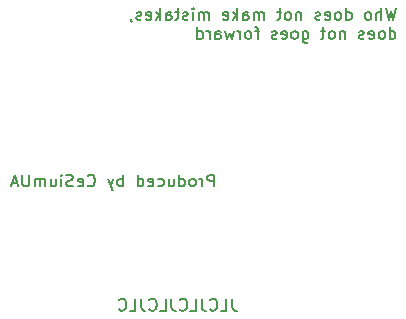
<source format=gbr>
%TF.GenerationSoftware,KiCad,Pcbnew,7.0.6*%
%TF.CreationDate,2023-07-29T21:44:08+03:00*%
%TF.ProjectId,cat-toy-stm-c0,6361742d-746f-4792-9d73-746d2d63302e,rev?*%
%TF.SameCoordinates,Original*%
%TF.FileFunction,Legend,Bot*%
%TF.FilePolarity,Positive*%
%FSLAX46Y46*%
G04 Gerber Fmt 4.6, Leading zero omitted, Abs format (unit mm)*
G04 Created by KiCad (PCBNEW 7.0.6) date 2023-07-29 21:44:08*
%MOMM*%
%LPD*%
G01*
G04 APERTURE LIST*
%ADD10C,0.150000*%
G04 APERTURE END LIST*
D10*
X188177506Y-103269819D02*
X188177506Y-103984104D01*
X188177506Y-103984104D02*
X188225125Y-104126961D01*
X188225125Y-104126961D02*
X188320363Y-104222200D01*
X188320363Y-104222200D02*
X188463220Y-104269819D01*
X188463220Y-104269819D02*
X188558458Y-104269819D01*
X187225125Y-104269819D02*
X187701315Y-104269819D01*
X187701315Y-104269819D02*
X187701315Y-103269819D01*
X186320363Y-104174580D02*
X186367982Y-104222200D01*
X186367982Y-104222200D02*
X186510839Y-104269819D01*
X186510839Y-104269819D02*
X186606077Y-104269819D01*
X186606077Y-104269819D02*
X186748934Y-104222200D01*
X186748934Y-104222200D02*
X186844172Y-104126961D01*
X186844172Y-104126961D02*
X186891791Y-104031723D01*
X186891791Y-104031723D02*
X186939410Y-103841247D01*
X186939410Y-103841247D02*
X186939410Y-103698390D01*
X186939410Y-103698390D02*
X186891791Y-103507914D01*
X186891791Y-103507914D02*
X186844172Y-103412676D01*
X186844172Y-103412676D02*
X186748934Y-103317438D01*
X186748934Y-103317438D02*
X186606077Y-103269819D01*
X186606077Y-103269819D02*
X186510839Y-103269819D01*
X186510839Y-103269819D02*
X186367982Y-103317438D01*
X186367982Y-103317438D02*
X186320363Y-103365057D01*
X185606077Y-103269819D02*
X185606077Y-103984104D01*
X185606077Y-103984104D02*
X185653696Y-104126961D01*
X185653696Y-104126961D02*
X185748934Y-104222200D01*
X185748934Y-104222200D02*
X185891791Y-104269819D01*
X185891791Y-104269819D02*
X185987029Y-104269819D01*
X184653696Y-104269819D02*
X185129886Y-104269819D01*
X185129886Y-104269819D02*
X185129886Y-103269819D01*
X183748934Y-104174580D02*
X183796553Y-104222200D01*
X183796553Y-104222200D02*
X183939410Y-104269819D01*
X183939410Y-104269819D02*
X184034648Y-104269819D01*
X184034648Y-104269819D02*
X184177505Y-104222200D01*
X184177505Y-104222200D02*
X184272743Y-104126961D01*
X184272743Y-104126961D02*
X184320362Y-104031723D01*
X184320362Y-104031723D02*
X184367981Y-103841247D01*
X184367981Y-103841247D02*
X184367981Y-103698390D01*
X184367981Y-103698390D02*
X184320362Y-103507914D01*
X184320362Y-103507914D02*
X184272743Y-103412676D01*
X184272743Y-103412676D02*
X184177505Y-103317438D01*
X184177505Y-103317438D02*
X184034648Y-103269819D01*
X184034648Y-103269819D02*
X183939410Y-103269819D01*
X183939410Y-103269819D02*
X183796553Y-103317438D01*
X183796553Y-103317438D02*
X183748934Y-103365057D01*
X183034648Y-103269819D02*
X183034648Y-103984104D01*
X183034648Y-103984104D02*
X183082267Y-104126961D01*
X183082267Y-104126961D02*
X183177505Y-104222200D01*
X183177505Y-104222200D02*
X183320362Y-104269819D01*
X183320362Y-104269819D02*
X183415600Y-104269819D01*
X182082267Y-104269819D02*
X182558457Y-104269819D01*
X182558457Y-104269819D02*
X182558457Y-103269819D01*
X181177505Y-104174580D02*
X181225124Y-104222200D01*
X181225124Y-104222200D02*
X181367981Y-104269819D01*
X181367981Y-104269819D02*
X181463219Y-104269819D01*
X181463219Y-104269819D02*
X181606076Y-104222200D01*
X181606076Y-104222200D02*
X181701314Y-104126961D01*
X181701314Y-104126961D02*
X181748933Y-104031723D01*
X181748933Y-104031723D02*
X181796552Y-103841247D01*
X181796552Y-103841247D02*
X181796552Y-103698390D01*
X181796552Y-103698390D02*
X181748933Y-103507914D01*
X181748933Y-103507914D02*
X181701314Y-103412676D01*
X181701314Y-103412676D02*
X181606076Y-103317438D01*
X181606076Y-103317438D02*
X181463219Y-103269819D01*
X181463219Y-103269819D02*
X181367981Y-103269819D01*
X181367981Y-103269819D02*
X181225124Y-103317438D01*
X181225124Y-103317438D02*
X181177505Y-103365057D01*
X180463219Y-103269819D02*
X180463219Y-103984104D01*
X180463219Y-103984104D02*
X180510838Y-104126961D01*
X180510838Y-104126961D02*
X180606076Y-104222200D01*
X180606076Y-104222200D02*
X180748933Y-104269819D01*
X180748933Y-104269819D02*
X180844171Y-104269819D01*
X179510838Y-104269819D02*
X179987028Y-104269819D01*
X179987028Y-104269819D02*
X179987028Y-103269819D01*
X178606076Y-104174580D02*
X178653695Y-104222200D01*
X178653695Y-104222200D02*
X178796552Y-104269819D01*
X178796552Y-104269819D02*
X178891790Y-104269819D01*
X178891790Y-104269819D02*
X179034647Y-104222200D01*
X179034647Y-104222200D02*
X179129885Y-104126961D01*
X179129885Y-104126961D02*
X179177504Y-104031723D01*
X179177504Y-104031723D02*
X179225123Y-103841247D01*
X179225123Y-103841247D02*
X179225123Y-103698390D01*
X179225123Y-103698390D02*
X179177504Y-103507914D01*
X179177504Y-103507914D02*
X179129885Y-103412676D01*
X179129885Y-103412676D02*
X179034647Y-103317438D01*
X179034647Y-103317438D02*
X178891790Y-103269819D01*
X178891790Y-103269819D02*
X178796552Y-103269819D01*
X178796552Y-103269819D02*
X178653695Y-103317438D01*
X178653695Y-103317438D02*
X178606076Y-103365057D01*
X202058458Y-78659819D02*
X201820363Y-79659819D01*
X201820363Y-79659819D02*
X201629887Y-78945533D01*
X201629887Y-78945533D02*
X201439411Y-79659819D01*
X201439411Y-79659819D02*
X201201316Y-78659819D01*
X200820363Y-79659819D02*
X200820363Y-78659819D01*
X200391792Y-79659819D02*
X200391792Y-79136009D01*
X200391792Y-79136009D02*
X200439411Y-79040771D01*
X200439411Y-79040771D02*
X200534649Y-78993152D01*
X200534649Y-78993152D02*
X200677506Y-78993152D01*
X200677506Y-78993152D02*
X200772744Y-79040771D01*
X200772744Y-79040771D02*
X200820363Y-79088390D01*
X199772744Y-79659819D02*
X199867982Y-79612200D01*
X199867982Y-79612200D02*
X199915601Y-79564580D01*
X199915601Y-79564580D02*
X199963220Y-79469342D01*
X199963220Y-79469342D02*
X199963220Y-79183628D01*
X199963220Y-79183628D02*
X199915601Y-79088390D01*
X199915601Y-79088390D02*
X199867982Y-79040771D01*
X199867982Y-79040771D02*
X199772744Y-78993152D01*
X199772744Y-78993152D02*
X199629887Y-78993152D01*
X199629887Y-78993152D02*
X199534649Y-79040771D01*
X199534649Y-79040771D02*
X199487030Y-79088390D01*
X199487030Y-79088390D02*
X199439411Y-79183628D01*
X199439411Y-79183628D02*
X199439411Y-79469342D01*
X199439411Y-79469342D02*
X199487030Y-79564580D01*
X199487030Y-79564580D02*
X199534649Y-79612200D01*
X199534649Y-79612200D02*
X199629887Y-79659819D01*
X199629887Y-79659819D02*
X199772744Y-79659819D01*
X197820363Y-79659819D02*
X197820363Y-78659819D01*
X197820363Y-79612200D02*
X197915601Y-79659819D01*
X197915601Y-79659819D02*
X198106077Y-79659819D01*
X198106077Y-79659819D02*
X198201315Y-79612200D01*
X198201315Y-79612200D02*
X198248934Y-79564580D01*
X198248934Y-79564580D02*
X198296553Y-79469342D01*
X198296553Y-79469342D02*
X198296553Y-79183628D01*
X198296553Y-79183628D02*
X198248934Y-79088390D01*
X198248934Y-79088390D02*
X198201315Y-79040771D01*
X198201315Y-79040771D02*
X198106077Y-78993152D01*
X198106077Y-78993152D02*
X197915601Y-78993152D01*
X197915601Y-78993152D02*
X197820363Y-79040771D01*
X197201315Y-79659819D02*
X197296553Y-79612200D01*
X197296553Y-79612200D02*
X197344172Y-79564580D01*
X197344172Y-79564580D02*
X197391791Y-79469342D01*
X197391791Y-79469342D02*
X197391791Y-79183628D01*
X197391791Y-79183628D02*
X197344172Y-79088390D01*
X197344172Y-79088390D02*
X197296553Y-79040771D01*
X197296553Y-79040771D02*
X197201315Y-78993152D01*
X197201315Y-78993152D02*
X197058458Y-78993152D01*
X197058458Y-78993152D02*
X196963220Y-79040771D01*
X196963220Y-79040771D02*
X196915601Y-79088390D01*
X196915601Y-79088390D02*
X196867982Y-79183628D01*
X196867982Y-79183628D02*
X196867982Y-79469342D01*
X196867982Y-79469342D02*
X196915601Y-79564580D01*
X196915601Y-79564580D02*
X196963220Y-79612200D01*
X196963220Y-79612200D02*
X197058458Y-79659819D01*
X197058458Y-79659819D02*
X197201315Y-79659819D01*
X196058458Y-79612200D02*
X196153696Y-79659819D01*
X196153696Y-79659819D02*
X196344172Y-79659819D01*
X196344172Y-79659819D02*
X196439410Y-79612200D01*
X196439410Y-79612200D02*
X196487029Y-79516961D01*
X196487029Y-79516961D02*
X196487029Y-79136009D01*
X196487029Y-79136009D02*
X196439410Y-79040771D01*
X196439410Y-79040771D02*
X196344172Y-78993152D01*
X196344172Y-78993152D02*
X196153696Y-78993152D01*
X196153696Y-78993152D02*
X196058458Y-79040771D01*
X196058458Y-79040771D02*
X196010839Y-79136009D01*
X196010839Y-79136009D02*
X196010839Y-79231247D01*
X196010839Y-79231247D02*
X196487029Y-79326485D01*
X195629886Y-79612200D02*
X195534648Y-79659819D01*
X195534648Y-79659819D02*
X195344172Y-79659819D01*
X195344172Y-79659819D02*
X195248934Y-79612200D01*
X195248934Y-79612200D02*
X195201315Y-79516961D01*
X195201315Y-79516961D02*
X195201315Y-79469342D01*
X195201315Y-79469342D02*
X195248934Y-79374104D01*
X195248934Y-79374104D02*
X195344172Y-79326485D01*
X195344172Y-79326485D02*
X195487029Y-79326485D01*
X195487029Y-79326485D02*
X195582267Y-79278866D01*
X195582267Y-79278866D02*
X195629886Y-79183628D01*
X195629886Y-79183628D02*
X195629886Y-79136009D01*
X195629886Y-79136009D02*
X195582267Y-79040771D01*
X195582267Y-79040771D02*
X195487029Y-78993152D01*
X195487029Y-78993152D02*
X195344172Y-78993152D01*
X195344172Y-78993152D02*
X195248934Y-79040771D01*
X194010838Y-78993152D02*
X194010838Y-79659819D01*
X194010838Y-79088390D02*
X193963219Y-79040771D01*
X193963219Y-79040771D02*
X193867981Y-78993152D01*
X193867981Y-78993152D02*
X193725124Y-78993152D01*
X193725124Y-78993152D02*
X193629886Y-79040771D01*
X193629886Y-79040771D02*
X193582267Y-79136009D01*
X193582267Y-79136009D02*
X193582267Y-79659819D01*
X192963219Y-79659819D02*
X193058457Y-79612200D01*
X193058457Y-79612200D02*
X193106076Y-79564580D01*
X193106076Y-79564580D02*
X193153695Y-79469342D01*
X193153695Y-79469342D02*
X193153695Y-79183628D01*
X193153695Y-79183628D02*
X193106076Y-79088390D01*
X193106076Y-79088390D02*
X193058457Y-79040771D01*
X193058457Y-79040771D02*
X192963219Y-78993152D01*
X192963219Y-78993152D02*
X192820362Y-78993152D01*
X192820362Y-78993152D02*
X192725124Y-79040771D01*
X192725124Y-79040771D02*
X192677505Y-79088390D01*
X192677505Y-79088390D02*
X192629886Y-79183628D01*
X192629886Y-79183628D02*
X192629886Y-79469342D01*
X192629886Y-79469342D02*
X192677505Y-79564580D01*
X192677505Y-79564580D02*
X192725124Y-79612200D01*
X192725124Y-79612200D02*
X192820362Y-79659819D01*
X192820362Y-79659819D02*
X192963219Y-79659819D01*
X192344171Y-78993152D02*
X191963219Y-78993152D01*
X192201314Y-78659819D02*
X192201314Y-79516961D01*
X192201314Y-79516961D02*
X192153695Y-79612200D01*
X192153695Y-79612200D02*
X192058457Y-79659819D01*
X192058457Y-79659819D02*
X191963219Y-79659819D01*
X190867980Y-79659819D02*
X190867980Y-78993152D01*
X190867980Y-79088390D02*
X190820361Y-79040771D01*
X190820361Y-79040771D02*
X190725123Y-78993152D01*
X190725123Y-78993152D02*
X190582266Y-78993152D01*
X190582266Y-78993152D02*
X190487028Y-79040771D01*
X190487028Y-79040771D02*
X190439409Y-79136009D01*
X190439409Y-79136009D02*
X190439409Y-79659819D01*
X190439409Y-79136009D02*
X190391790Y-79040771D01*
X190391790Y-79040771D02*
X190296552Y-78993152D01*
X190296552Y-78993152D02*
X190153695Y-78993152D01*
X190153695Y-78993152D02*
X190058456Y-79040771D01*
X190058456Y-79040771D02*
X190010837Y-79136009D01*
X190010837Y-79136009D02*
X190010837Y-79659819D01*
X189106076Y-79659819D02*
X189106076Y-79136009D01*
X189106076Y-79136009D02*
X189153695Y-79040771D01*
X189153695Y-79040771D02*
X189248933Y-78993152D01*
X189248933Y-78993152D02*
X189439409Y-78993152D01*
X189439409Y-78993152D02*
X189534647Y-79040771D01*
X189106076Y-79612200D02*
X189201314Y-79659819D01*
X189201314Y-79659819D02*
X189439409Y-79659819D01*
X189439409Y-79659819D02*
X189534647Y-79612200D01*
X189534647Y-79612200D02*
X189582266Y-79516961D01*
X189582266Y-79516961D02*
X189582266Y-79421723D01*
X189582266Y-79421723D02*
X189534647Y-79326485D01*
X189534647Y-79326485D02*
X189439409Y-79278866D01*
X189439409Y-79278866D02*
X189201314Y-79278866D01*
X189201314Y-79278866D02*
X189106076Y-79231247D01*
X188629885Y-79659819D02*
X188629885Y-78659819D01*
X188534647Y-79278866D02*
X188248933Y-79659819D01*
X188248933Y-78993152D02*
X188629885Y-79374104D01*
X187439409Y-79612200D02*
X187534647Y-79659819D01*
X187534647Y-79659819D02*
X187725123Y-79659819D01*
X187725123Y-79659819D02*
X187820361Y-79612200D01*
X187820361Y-79612200D02*
X187867980Y-79516961D01*
X187867980Y-79516961D02*
X187867980Y-79136009D01*
X187867980Y-79136009D02*
X187820361Y-79040771D01*
X187820361Y-79040771D02*
X187725123Y-78993152D01*
X187725123Y-78993152D02*
X187534647Y-78993152D01*
X187534647Y-78993152D02*
X187439409Y-79040771D01*
X187439409Y-79040771D02*
X187391790Y-79136009D01*
X187391790Y-79136009D02*
X187391790Y-79231247D01*
X187391790Y-79231247D02*
X187867980Y-79326485D01*
X186201313Y-79659819D02*
X186201313Y-78993152D01*
X186201313Y-79088390D02*
X186153694Y-79040771D01*
X186153694Y-79040771D02*
X186058456Y-78993152D01*
X186058456Y-78993152D02*
X185915599Y-78993152D01*
X185915599Y-78993152D02*
X185820361Y-79040771D01*
X185820361Y-79040771D02*
X185772742Y-79136009D01*
X185772742Y-79136009D02*
X185772742Y-79659819D01*
X185772742Y-79136009D02*
X185725123Y-79040771D01*
X185725123Y-79040771D02*
X185629885Y-78993152D01*
X185629885Y-78993152D02*
X185487028Y-78993152D01*
X185487028Y-78993152D02*
X185391789Y-79040771D01*
X185391789Y-79040771D02*
X185344170Y-79136009D01*
X185344170Y-79136009D02*
X185344170Y-79659819D01*
X184867980Y-79659819D02*
X184867980Y-78993152D01*
X184867980Y-78659819D02*
X184915599Y-78707438D01*
X184915599Y-78707438D02*
X184867980Y-78755057D01*
X184867980Y-78755057D02*
X184820361Y-78707438D01*
X184820361Y-78707438D02*
X184867980Y-78659819D01*
X184867980Y-78659819D02*
X184867980Y-78755057D01*
X184439409Y-79612200D02*
X184344171Y-79659819D01*
X184344171Y-79659819D02*
X184153695Y-79659819D01*
X184153695Y-79659819D02*
X184058457Y-79612200D01*
X184058457Y-79612200D02*
X184010838Y-79516961D01*
X184010838Y-79516961D02*
X184010838Y-79469342D01*
X184010838Y-79469342D02*
X184058457Y-79374104D01*
X184058457Y-79374104D02*
X184153695Y-79326485D01*
X184153695Y-79326485D02*
X184296552Y-79326485D01*
X184296552Y-79326485D02*
X184391790Y-79278866D01*
X184391790Y-79278866D02*
X184439409Y-79183628D01*
X184439409Y-79183628D02*
X184439409Y-79136009D01*
X184439409Y-79136009D02*
X184391790Y-79040771D01*
X184391790Y-79040771D02*
X184296552Y-78993152D01*
X184296552Y-78993152D02*
X184153695Y-78993152D01*
X184153695Y-78993152D02*
X184058457Y-79040771D01*
X183725123Y-78993152D02*
X183344171Y-78993152D01*
X183582266Y-78659819D02*
X183582266Y-79516961D01*
X183582266Y-79516961D02*
X183534647Y-79612200D01*
X183534647Y-79612200D02*
X183439409Y-79659819D01*
X183439409Y-79659819D02*
X183344171Y-79659819D01*
X182582266Y-79659819D02*
X182582266Y-79136009D01*
X182582266Y-79136009D02*
X182629885Y-79040771D01*
X182629885Y-79040771D02*
X182725123Y-78993152D01*
X182725123Y-78993152D02*
X182915599Y-78993152D01*
X182915599Y-78993152D02*
X183010837Y-79040771D01*
X182582266Y-79612200D02*
X182677504Y-79659819D01*
X182677504Y-79659819D02*
X182915599Y-79659819D01*
X182915599Y-79659819D02*
X183010837Y-79612200D01*
X183010837Y-79612200D02*
X183058456Y-79516961D01*
X183058456Y-79516961D02*
X183058456Y-79421723D01*
X183058456Y-79421723D02*
X183010837Y-79326485D01*
X183010837Y-79326485D02*
X182915599Y-79278866D01*
X182915599Y-79278866D02*
X182677504Y-79278866D01*
X182677504Y-79278866D02*
X182582266Y-79231247D01*
X182106075Y-79659819D02*
X182106075Y-78659819D01*
X182010837Y-79278866D02*
X181725123Y-79659819D01*
X181725123Y-78993152D02*
X182106075Y-79374104D01*
X180915599Y-79612200D02*
X181010837Y-79659819D01*
X181010837Y-79659819D02*
X181201313Y-79659819D01*
X181201313Y-79659819D02*
X181296551Y-79612200D01*
X181296551Y-79612200D02*
X181344170Y-79516961D01*
X181344170Y-79516961D02*
X181344170Y-79136009D01*
X181344170Y-79136009D02*
X181296551Y-79040771D01*
X181296551Y-79040771D02*
X181201313Y-78993152D01*
X181201313Y-78993152D02*
X181010837Y-78993152D01*
X181010837Y-78993152D02*
X180915599Y-79040771D01*
X180915599Y-79040771D02*
X180867980Y-79136009D01*
X180867980Y-79136009D02*
X180867980Y-79231247D01*
X180867980Y-79231247D02*
X181344170Y-79326485D01*
X180487027Y-79612200D02*
X180391789Y-79659819D01*
X180391789Y-79659819D02*
X180201313Y-79659819D01*
X180201313Y-79659819D02*
X180106075Y-79612200D01*
X180106075Y-79612200D02*
X180058456Y-79516961D01*
X180058456Y-79516961D02*
X180058456Y-79469342D01*
X180058456Y-79469342D02*
X180106075Y-79374104D01*
X180106075Y-79374104D02*
X180201313Y-79326485D01*
X180201313Y-79326485D02*
X180344170Y-79326485D01*
X180344170Y-79326485D02*
X180439408Y-79278866D01*
X180439408Y-79278866D02*
X180487027Y-79183628D01*
X180487027Y-79183628D02*
X180487027Y-79136009D01*
X180487027Y-79136009D02*
X180439408Y-79040771D01*
X180439408Y-79040771D02*
X180344170Y-78993152D01*
X180344170Y-78993152D02*
X180201313Y-78993152D01*
X180201313Y-78993152D02*
X180106075Y-79040771D01*
X179582265Y-79612200D02*
X179582265Y-79659819D01*
X179582265Y-79659819D02*
X179629884Y-79755057D01*
X179629884Y-79755057D02*
X179677503Y-79802676D01*
X201534649Y-81269819D02*
X201534649Y-80269819D01*
X201534649Y-81222200D02*
X201629887Y-81269819D01*
X201629887Y-81269819D02*
X201820363Y-81269819D01*
X201820363Y-81269819D02*
X201915601Y-81222200D01*
X201915601Y-81222200D02*
X201963220Y-81174580D01*
X201963220Y-81174580D02*
X202010839Y-81079342D01*
X202010839Y-81079342D02*
X202010839Y-80793628D01*
X202010839Y-80793628D02*
X201963220Y-80698390D01*
X201963220Y-80698390D02*
X201915601Y-80650771D01*
X201915601Y-80650771D02*
X201820363Y-80603152D01*
X201820363Y-80603152D02*
X201629887Y-80603152D01*
X201629887Y-80603152D02*
X201534649Y-80650771D01*
X200915601Y-81269819D02*
X201010839Y-81222200D01*
X201010839Y-81222200D02*
X201058458Y-81174580D01*
X201058458Y-81174580D02*
X201106077Y-81079342D01*
X201106077Y-81079342D02*
X201106077Y-80793628D01*
X201106077Y-80793628D02*
X201058458Y-80698390D01*
X201058458Y-80698390D02*
X201010839Y-80650771D01*
X201010839Y-80650771D02*
X200915601Y-80603152D01*
X200915601Y-80603152D02*
X200772744Y-80603152D01*
X200772744Y-80603152D02*
X200677506Y-80650771D01*
X200677506Y-80650771D02*
X200629887Y-80698390D01*
X200629887Y-80698390D02*
X200582268Y-80793628D01*
X200582268Y-80793628D02*
X200582268Y-81079342D01*
X200582268Y-81079342D02*
X200629887Y-81174580D01*
X200629887Y-81174580D02*
X200677506Y-81222200D01*
X200677506Y-81222200D02*
X200772744Y-81269819D01*
X200772744Y-81269819D02*
X200915601Y-81269819D01*
X199772744Y-81222200D02*
X199867982Y-81269819D01*
X199867982Y-81269819D02*
X200058458Y-81269819D01*
X200058458Y-81269819D02*
X200153696Y-81222200D01*
X200153696Y-81222200D02*
X200201315Y-81126961D01*
X200201315Y-81126961D02*
X200201315Y-80746009D01*
X200201315Y-80746009D02*
X200153696Y-80650771D01*
X200153696Y-80650771D02*
X200058458Y-80603152D01*
X200058458Y-80603152D02*
X199867982Y-80603152D01*
X199867982Y-80603152D02*
X199772744Y-80650771D01*
X199772744Y-80650771D02*
X199725125Y-80746009D01*
X199725125Y-80746009D02*
X199725125Y-80841247D01*
X199725125Y-80841247D02*
X200201315Y-80936485D01*
X199344172Y-81222200D02*
X199248934Y-81269819D01*
X199248934Y-81269819D02*
X199058458Y-81269819D01*
X199058458Y-81269819D02*
X198963220Y-81222200D01*
X198963220Y-81222200D02*
X198915601Y-81126961D01*
X198915601Y-81126961D02*
X198915601Y-81079342D01*
X198915601Y-81079342D02*
X198963220Y-80984104D01*
X198963220Y-80984104D02*
X199058458Y-80936485D01*
X199058458Y-80936485D02*
X199201315Y-80936485D01*
X199201315Y-80936485D02*
X199296553Y-80888866D01*
X199296553Y-80888866D02*
X199344172Y-80793628D01*
X199344172Y-80793628D02*
X199344172Y-80746009D01*
X199344172Y-80746009D02*
X199296553Y-80650771D01*
X199296553Y-80650771D02*
X199201315Y-80603152D01*
X199201315Y-80603152D02*
X199058458Y-80603152D01*
X199058458Y-80603152D02*
X198963220Y-80650771D01*
X197725124Y-80603152D02*
X197725124Y-81269819D01*
X197725124Y-80698390D02*
X197677505Y-80650771D01*
X197677505Y-80650771D02*
X197582267Y-80603152D01*
X197582267Y-80603152D02*
X197439410Y-80603152D01*
X197439410Y-80603152D02*
X197344172Y-80650771D01*
X197344172Y-80650771D02*
X197296553Y-80746009D01*
X197296553Y-80746009D02*
X197296553Y-81269819D01*
X196677505Y-81269819D02*
X196772743Y-81222200D01*
X196772743Y-81222200D02*
X196820362Y-81174580D01*
X196820362Y-81174580D02*
X196867981Y-81079342D01*
X196867981Y-81079342D02*
X196867981Y-80793628D01*
X196867981Y-80793628D02*
X196820362Y-80698390D01*
X196820362Y-80698390D02*
X196772743Y-80650771D01*
X196772743Y-80650771D02*
X196677505Y-80603152D01*
X196677505Y-80603152D02*
X196534648Y-80603152D01*
X196534648Y-80603152D02*
X196439410Y-80650771D01*
X196439410Y-80650771D02*
X196391791Y-80698390D01*
X196391791Y-80698390D02*
X196344172Y-80793628D01*
X196344172Y-80793628D02*
X196344172Y-81079342D01*
X196344172Y-81079342D02*
X196391791Y-81174580D01*
X196391791Y-81174580D02*
X196439410Y-81222200D01*
X196439410Y-81222200D02*
X196534648Y-81269819D01*
X196534648Y-81269819D02*
X196677505Y-81269819D01*
X196058457Y-80603152D02*
X195677505Y-80603152D01*
X195915600Y-80269819D02*
X195915600Y-81126961D01*
X195915600Y-81126961D02*
X195867981Y-81222200D01*
X195867981Y-81222200D02*
X195772743Y-81269819D01*
X195772743Y-81269819D02*
X195677505Y-81269819D01*
X194153695Y-80603152D02*
X194153695Y-81412676D01*
X194153695Y-81412676D02*
X194201314Y-81507914D01*
X194201314Y-81507914D02*
X194248933Y-81555533D01*
X194248933Y-81555533D02*
X194344171Y-81603152D01*
X194344171Y-81603152D02*
X194487028Y-81603152D01*
X194487028Y-81603152D02*
X194582266Y-81555533D01*
X194153695Y-81222200D02*
X194248933Y-81269819D01*
X194248933Y-81269819D02*
X194439409Y-81269819D01*
X194439409Y-81269819D02*
X194534647Y-81222200D01*
X194534647Y-81222200D02*
X194582266Y-81174580D01*
X194582266Y-81174580D02*
X194629885Y-81079342D01*
X194629885Y-81079342D02*
X194629885Y-80793628D01*
X194629885Y-80793628D02*
X194582266Y-80698390D01*
X194582266Y-80698390D02*
X194534647Y-80650771D01*
X194534647Y-80650771D02*
X194439409Y-80603152D01*
X194439409Y-80603152D02*
X194248933Y-80603152D01*
X194248933Y-80603152D02*
X194153695Y-80650771D01*
X193534647Y-81269819D02*
X193629885Y-81222200D01*
X193629885Y-81222200D02*
X193677504Y-81174580D01*
X193677504Y-81174580D02*
X193725123Y-81079342D01*
X193725123Y-81079342D02*
X193725123Y-80793628D01*
X193725123Y-80793628D02*
X193677504Y-80698390D01*
X193677504Y-80698390D02*
X193629885Y-80650771D01*
X193629885Y-80650771D02*
X193534647Y-80603152D01*
X193534647Y-80603152D02*
X193391790Y-80603152D01*
X193391790Y-80603152D02*
X193296552Y-80650771D01*
X193296552Y-80650771D02*
X193248933Y-80698390D01*
X193248933Y-80698390D02*
X193201314Y-80793628D01*
X193201314Y-80793628D02*
X193201314Y-81079342D01*
X193201314Y-81079342D02*
X193248933Y-81174580D01*
X193248933Y-81174580D02*
X193296552Y-81222200D01*
X193296552Y-81222200D02*
X193391790Y-81269819D01*
X193391790Y-81269819D02*
X193534647Y-81269819D01*
X192391790Y-81222200D02*
X192487028Y-81269819D01*
X192487028Y-81269819D02*
X192677504Y-81269819D01*
X192677504Y-81269819D02*
X192772742Y-81222200D01*
X192772742Y-81222200D02*
X192820361Y-81126961D01*
X192820361Y-81126961D02*
X192820361Y-80746009D01*
X192820361Y-80746009D02*
X192772742Y-80650771D01*
X192772742Y-80650771D02*
X192677504Y-80603152D01*
X192677504Y-80603152D02*
X192487028Y-80603152D01*
X192487028Y-80603152D02*
X192391790Y-80650771D01*
X192391790Y-80650771D02*
X192344171Y-80746009D01*
X192344171Y-80746009D02*
X192344171Y-80841247D01*
X192344171Y-80841247D02*
X192820361Y-80936485D01*
X191963218Y-81222200D02*
X191867980Y-81269819D01*
X191867980Y-81269819D02*
X191677504Y-81269819D01*
X191677504Y-81269819D02*
X191582266Y-81222200D01*
X191582266Y-81222200D02*
X191534647Y-81126961D01*
X191534647Y-81126961D02*
X191534647Y-81079342D01*
X191534647Y-81079342D02*
X191582266Y-80984104D01*
X191582266Y-80984104D02*
X191677504Y-80936485D01*
X191677504Y-80936485D02*
X191820361Y-80936485D01*
X191820361Y-80936485D02*
X191915599Y-80888866D01*
X191915599Y-80888866D02*
X191963218Y-80793628D01*
X191963218Y-80793628D02*
X191963218Y-80746009D01*
X191963218Y-80746009D02*
X191915599Y-80650771D01*
X191915599Y-80650771D02*
X191820361Y-80603152D01*
X191820361Y-80603152D02*
X191677504Y-80603152D01*
X191677504Y-80603152D02*
X191582266Y-80650771D01*
X190487027Y-80603152D02*
X190106075Y-80603152D01*
X190344170Y-81269819D02*
X190344170Y-80412676D01*
X190344170Y-80412676D02*
X190296551Y-80317438D01*
X190296551Y-80317438D02*
X190201313Y-80269819D01*
X190201313Y-80269819D02*
X190106075Y-80269819D01*
X189629884Y-81269819D02*
X189725122Y-81222200D01*
X189725122Y-81222200D02*
X189772741Y-81174580D01*
X189772741Y-81174580D02*
X189820360Y-81079342D01*
X189820360Y-81079342D02*
X189820360Y-80793628D01*
X189820360Y-80793628D02*
X189772741Y-80698390D01*
X189772741Y-80698390D02*
X189725122Y-80650771D01*
X189725122Y-80650771D02*
X189629884Y-80603152D01*
X189629884Y-80603152D02*
X189487027Y-80603152D01*
X189487027Y-80603152D02*
X189391789Y-80650771D01*
X189391789Y-80650771D02*
X189344170Y-80698390D01*
X189344170Y-80698390D02*
X189296551Y-80793628D01*
X189296551Y-80793628D02*
X189296551Y-81079342D01*
X189296551Y-81079342D02*
X189344170Y-81174580D01*
X189344170Y-81174580D02*
X189391789Y-81222200D01*
X189391789Y-81222200D02*
X189487027Y-81269819D01*
X189487027Y-81269819D02*
X189629884Y-81269819D01*
X188867979Y-81269819D02*
X188867979Y-80603152D01*
X188867979Y-80793628D02*
X188820360Y-80698390D01*
X188820360Y-80698390D02*
X188772741Y-80650771D01*
X188772741Y-80650771D02*
X188677503Y-80603152D01*
X188677503Y-80603152D02*
X188582265Y-80603152D01*
X188344169Y-80603152D02*
X188153693Y-81269819D01*
X188153693Y-81269819D02*
X187963217Y-80793628D01*
X187963217Y-80793628D02*
X187772741Y-81269819D01*
X187772741Y-81269819D02*
X187582265Y-80603152D01*
X186772741Y-81269819D02*
X186772741Y-80746009D01*
X186772741Y-80746009D02*
X186820360Y-80650771D01*
X186820360Y-80650771D02*
X186915598Y-80603152D01*
X186915598Y-80603152D02*
X187106074Y-80603152D01*
X187106074Y-80603152D02*
X187201312Y-80650771D01*
X186772741Y-81222200D02*
X186867979Y-81269819D01*
X186867979Y-81269819D02*
X187106074Y-81269819D01*
X187106074Y-81269819D02*
X187201312Y-81222200D01*
X187201312Y-81222200D02*
X187248931Y-81126961D01*
X187248931Y-81126961D02*
X187248931Y-81031723D01*
X187248931Y-81031723D02*
X187201312Y-80936485D01*
X187201312Y-80936485D02*
X187106074Y-80888866D01*
X187106074Y-80888866D02*
X186867979Y-80888866D01*
X186867979Y-80888866D02*
X186772741Y-80841247D01*
X186296550Y-81269819D02*
X186296550Y-80603152D01*
X186296550Y-80793628D02*
X186248931Y-80698390D01*
X186248931Y-80698390D02*
X186201312Y-80650771D01*
X186201312Y-80650771D02*
X186106074Y-80603152D01*
X186106074Y-80603152D02*
X186010836Y-80603152D01*
X185248931Y-81269819D02*
X185248931Y-80269819D01*
X185248931Y-81222200D02*
X185344169Y-81269819D01*
X185344169Y-81269819D02*
X185534645Y-81269819D01*
X185534645Y-81269819D02*
X185629883Y-81222200D01*
X185629883Y-81222200D02*
X185677502Y-81174580D01*
X185677502Y-81174580D02*
X185725121Y-81079342D01*
X185725121Y-81079342D02*
X185725121Y-80793628D01*
X185725121Y-80793628D02*
X185677502Y-80698390D01*
X185677502Y-80698390D02*
X185629883Y-80650771D01*
X185629883Y-80650771D02*
X185534645Y-80603152D01*
X185534645Y-80603152D02*
X185344169Y-80603152D01*
X185344169Y-80603152D02*
X185248931Y-80650771D01*
X186663220Y-93769819D02*
X186663220Y-92769819D01*
X186663220Y-92769819D02*
X186282268Y-92769819D01*
X186282268Y-92769819D02*
X186187030Y-92817438D01*
X186187030Y-92817438D02*
X186139411Y-92865057D01*
X186139411Y-92865057D02*
X186091792Y-92960295D01*
X186091792Y-92960295D02*
X186091792Y-93103152D01*
X186091792Y-93103152D02*
X186139411Y-93198390D01*
X186139411Y-93198390D02*
X186187030Y-93246009D01*
X186187030Y-93246009D02*
X186282268Y-93293628D01*
X186282268Y-93293628D02*
X186663220Y-93293628D01*
X185663220Y-93769819D02*
X185663220Y-93103152D01*
X185663220Y-93293628D02*
X185615601Y-93198390D01*
X185615601Y-93198390D02*
X185567982Y-93150771D01*
X185567982Y-93150771D02*
X185472744Y-93103152D01*
X185472744Y-93103152D02*
X185377506Y-93103152D01*
X184901315Y-93769819D02*
X184996553Y-93722200D01*
X184996553Y-93722200D02*
X185044172Y-93674580D01*
X185044172Y-93674580D02*
X185091791Y-93579342D01*
X185091791Y-93579342D02*
X185091791Y-93293628D01*
X185091791Y-93293628D02*
X185044172Y-93198390D01*
X185044172Y-93198390D02*
X184996553Y-93150771D01*
X184996553Y-93150771D02*
X184901315Y-93103152D01*
X184901315Y-93103152D02*
X184758458Y-93103152D01*
X184758458Y-93103152D02*
X184663220Y-93150771D01*
X184663220Y-93150771D02*
X184615601Y-93198390D01*
X184615601Y-93198390D02*
X184567982Y-93293628D01*
X184567982Y-93293628D02*
X184567982Y-93579342D01*
X184567982Y-93579342D02*
X184615601Y-93674580D01*
X184615601Y-93674580D02*
X184663220Y-93722200D01*
X184663220Y-93722200D02*
X184758458Y-93769819D01*
X184758458Y-93769819D02*
X184901315Y-93769819D01*
X183710839Y-93769819D02*
X183710839Y-92769819D01*
X183710839Y-93722200D02*
X183806077Y-93769819D01*
X183806077Y-93769819D02*
X183996553Y-93769819D01*
X183996553Y-93769819D02*
X184091791Y-93722200D01*
X184091791Y-93722200D02*
X184139410Y-93674580D01*
X184139410Y-93674580D02*
X184187029Y-93579342D01*
X184187029Y-93579342D02*
X184187029Y-93293628D01*
X184187029Y-93293628D02*
X184139410Y-93198390D01*
X184139410Y-93198390D02*
X184091791Y-93150771D01*
X184091791Y-93150771D02*
X183996553Y-93103152D01*
X183996553Y-93103152D02*
X183806077Y-93103152D01*
X183806077Y-93103152D02*
X183710839Y-93150771D01*
X182806077Y-93103152D02*
X182806077Y-93769819D01*
X183234648Y-93103152D02*
X183234648Y-93626961D01*
X183234648Y-93626961D02*
X183187029Y-93722200D01*
X183187029Y-93722200D02*
X183091791Y-93769819D01*
X183091791Y-93769819D02*
X182948934Y-93769819D01*
X182948934Y-93769819D02*
X182853696Y-93722200D01*
X182853696Y-93722200D02*
X182806077Y-93674580D01*
X181901315Y-93722200D02*
X181996553Y-93769819D01*
X181996553Y-93769819D02*
X182187029Y-93769819D01*
X182187029Y-93769819D02*
X182282267Y-93722200D01*
X182282267Y-93722200D02*
X182329886Y-93674580D01*
X182329886Y-93674580D02*
X182377505Y-93579342D01*
X182377505Y-93579342D02*
X182377505Y-93293628D01*
X182377505Y-93293628D02*
X182329886Y-93198390D01*
X182329886Y-93198390D02*
X182282267Y-93150771D01*
X182282267Y-93150771D02*
X182187029Y-93103152D01*
X182187029Y-93103152D02*
X181996553Y-93103152D01*
X181996553Y-93103152D02*
X181901315Y-93150771D01*
X181091791Y-93722200D02*
X181187029Y-93769819D01*
X181187029Y-93769819D02*
X181377505Y-93769819D01*
X181377505Y-93769819D02*
X181472743Y-93722200D01*
X181472743Y-93722200D02*
X181520362Y-93626961D01*
X181520362Y-93626961D02*
X181520362Y-93246009D01*
X181520362Y-93246009D02*
X181472743Y-93150771D01*
X181472743Y-93150771D02*
X181377505Y-93103152D01*
X181377505Y-93103152D02*
X181187029Y-93103152D01*
X181187029Y-93103152D02*
X181091791Y-93150771D01*
X181091791Y-93150771D02*
X181044172Y-93246009D01*
X181044172Y-93246009D02*
X181044172Y-93341247D01*
X181044172Y-93341247D02*
X181520362Y-93436485D01*
X180187029Y-93769819D02*
X180187029Y-92769819D01*
X180187029Y-93722200D02*
X180282267Y-93769819D01*
X180282267Y-93769819D02*
X180472743Y-93769819D01*
X180472743Y-93769819D02*
X180567981Y-93722200D01*
X180567981Y-93722200D02*
X180615600Y-93674580D01*
X180615600Y-93674580D02*
X180663219Y-93579342D01*
X180663219Y-93579342D02*
X180663219Y-93293628D01*
X180663219Y-93293628D02*
X180615600Y-93198390D01*
X180615600Y-93198390D02*
X180567981Y-93150771D01*
X180567981Y-93150771D02*
X180472743Y-93103152D01*
X180472743Y-93103152D02*
X180282267Y-93103152D01*
X180282267Y-93103152D02*
X180187029Y-93150771D01*
X178948933Y-93769819D02*
X178948933Y-92769819D01*
X178948933Y-93150771D02*
X178853695Y-93103152D01*
X178853695Y-93103152D02*
X178663219Y-93103152D01*
X178663219Y-93103152D02*
X178567981Y-93150771D01*
X178567981Y-93150771D02*
X178520362Y-93198390D01*
X178520362Y-93198390D02*
X178472743Y-93293628D01*
X178472743Y-93293628D02*
X178472743Y-93579342D01*
X178472743Y-93579342D02*
X178520362Y-93674580D01*
X178520362Y-93674580D02*
X178567981Y-93722200D01*
X178567981Y-93722200D02*
X178663219Y-93769819D01*
X178663219Y-93769819D02*
X178853695Y-93769819D01*
X178853695Y-93769819D02*
X178948933Y-93722200D01*
X178139409Y-93103152D02*
X177901314Y-93769819D01*
X177663219Y-93103152D02*
X177901314Y-93769819D01*
X177901314Y-93769819D02*
X177996552Y-94007914D01*
X177996552Y-94007914D02*
X178044171Y-94055533D01*
X178044171Y-94055533D02*
X178139409Y-94103152D01*
X175948933Y-93674580D02*
X175996552Y-93722200D01*
X175996552Y-93722200D02*
X176139409Y-93769819D01*
X176139409Y-93769819D02*
X176234647Y-93769819D01*
X176234647Y-93769819D02*
X176377504Y-93722200D01*
X176377504Y-93722200D02*
X176472742Y-93626961D01*
X176472742Y-93626961D02*
X176520361Y-93531723D01*
X176520361Y-93531723D02*
X176567980Y-93341247D01*
X176567980Y-93341247D02*
X176567980Y-93198390D01*
X176567980Y-93198390D02*
X176520361Y-93007914D01*
X176520361Y-93007914D02*
X176472742Y-92912676D01*
X176472742Y-92912676D02*
X176377504Y-92817438D01*
X176377504Y-92817438D02*
X176234647Y-92769819D01*
X176234647Y-92769819D02*
X176139409Y-92769819D01*
X176139409Y-92769819D02*
X175996552Y-92817438D01*
X175996552Y-92817438D02*
X175948933Y-92865057D01*
X175139409Y-93722200D02*
X175234647Y-93769819D01*
X175234647Y-93769819D02*
X175425123Y-93769819D01*
X175425123Y-93769819D02*
X175520361Y-93722200D01*
X175520361Y-93722200D02*
X175567980Y-93626961D01*
X175567980Y-93626961D02*
X175567980Y-93246009D01*
X175567980Y-93246009D02*
X175520361Y-93150771D01*
X175520361Y-93150771D02*
X175425123Y-93103152D01*
X175425123Y-93103152D02*
X175234647Y-93103152D01*
X175234647Y-93103152D02*
X175139409Y-93150771D01*
X175139409Y-93150771D02*
X175091790Y-93246009D01*
X175091790Y-93246009D02*
X175091790Y-93341247D01*
X175091790Y-93341247D02*
X175567980Y-93436485D01*
X174710837Y-93722200D02*
X174567980Y-93769819D01*
X174567980Y-93769819D02*
X174329885Y-93769819D01*
X174329885Y-93769819D02*
X174234647Y-93722200D01*
X174234647Y-93722200D02*
X174187028Y-93674580D01*
X174187028Y-93674580D02*
X174139409Y-93579342D01*
X174139409Y-93579342D02*
X174139409Y-93484104D01*
X174139409Y-93484104D02*
X174187028Y-93388866D01*
X174187028Y-93388866D02*
X174234647Y-93341247D01*
X174234647Y-93341247D02*
X174329885Y-93293628D01*
X174329885Y-93293628D02*
X174520361Y-93246009D01*
X174520361Y-93246009D02*
X174615599Y-93198390D01*
X174615599Y-93198390D02*
X174663218Y-93150771D01*
X174663218Y-93150771D02*
X174710837Y-93055533D01*
X174710837Y-93055533D02*
X174710837Y-92960295D01*
X174710837Y-92960295D02*
X174663218Y-92865057D01*
X174663218Y-92865057D02*
X174615599Y-92817438D01*
X174615599Y-92817438D02*
X174520361Y-92769819D01*
X174520361Y-92769819D02*
X174282266Y-92769819D01*
X174282266Y-92769819D02*
X174139409Y-92817438D01*
X173710837Y-93769819D02*
X173710837Y-93103152D01*
X173710837Y-92769819D02*
X173758456Y-92817438D01*
X173758456Y-92817438D02*
X173710837Y-92865057D01*
X173710837Y-92865057D02*
X173663218Y-92817438D01*
X173663218Y-92817438D02*
X173710837Y-92769819D01*
X173710837Y-92769819D02*
X173710837Y-92865057D01*
X172806076Y-93103152D02*
X172806076Y-93769819D01*
X173234647Y-93103152D02*
X173234647Y-93626961D01*
X173234647Y-93626961D02*
X173187028Y-93722200D01*
X173187028Y-93722200D02*
X173091790Y-93769819D01*
X173091790Y-93769819D02*
X172948933Y-93769819D01*
X172948933Y-93769819D02*
X172853695Y-93722200D01*
X172853695Y-93722200D02*
X172806076Y-93674580D01*
X172329885Y-93769819D02*
X172329885Y-93103152D01*
X172329885Y-93198390D02*
X172282266Y-93150771D01*
X172282266Y-93150771D02*
X172187028Y-93103152D01*
X172187028Y-93103152D02*
X172044171Y-93103152D01*
X172044171Y-93103152D02*
X171948933Y-93150771D01*
X171948933Y-93150771D02*
X171901314Y-93246009D01*
X171901314Y-93246009D02*
X171901314Y-93769819D01*
X171901314Y-93246009D02*
X171853695Y-93150771D01*
X171853695Y-93150771D02*
X171758457Y-93103152D01*
X171758457Y-93103152D02*
X171615600Y-93103152D01*
X171615600Y-93103152D02*
X171520361Y-93150771D01*
X171520361Y-93150771D02*
X171472742Y-93246009D01*
X171472742Y-93246009D02*
X171472742Y-93769819D01*
X170996552Y-92769819D02*
X170996552Y-93579342D01*
X170996552Y-93579342D02*
X170948933Y-93674580D01*
X170948933Y-93674580D02*
X170901314Y-93722200D01*
X170901314Y-93722200D02*
X170806076Y-93769819D01*
X170806076Y-93769819D02*
X170615600Y-93769819D01*
X170615600Y-93769819D02*
X170520362Y-93722200D01*
X170520362Y-93722200D02*
X170472743Y-93674580D01*
X170472743Y-93674580D02*
X170425124Y-93579342D01*
X170425124Y-93579342D02*
X170425124Y-92769819D01*
X169996552Y-93484104D02*
X169520362Y-93484104D01*
X170091790Y-93769819D02*
X169758457Y-92769819D01*
X169758457Y-92769819D02*
X169425124Y-93769819D01*
M02*

</source>
